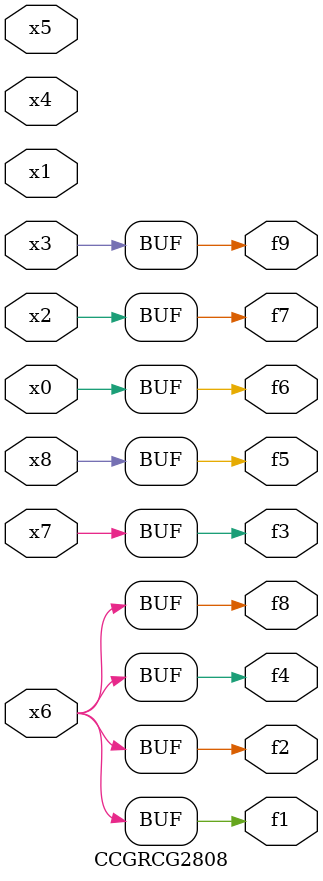
<source format=v>
module CCGRCG2808(
	input x0, x1, x2, x3, x4, x5, x6, x7, x8,
	output f1, f2, f3, f4, f5, f6, f7, f8, f9
);
	assign f1 = x6;
	assign f2 = x6;
	assign f3 = x7;
	assign f4 = x6;
	assign f5 = x8;
	assign f6 = x0;
	assign f7 = x2;
	assign f8 = x6;
	assign f9 = x3;
endmodule

</source>
